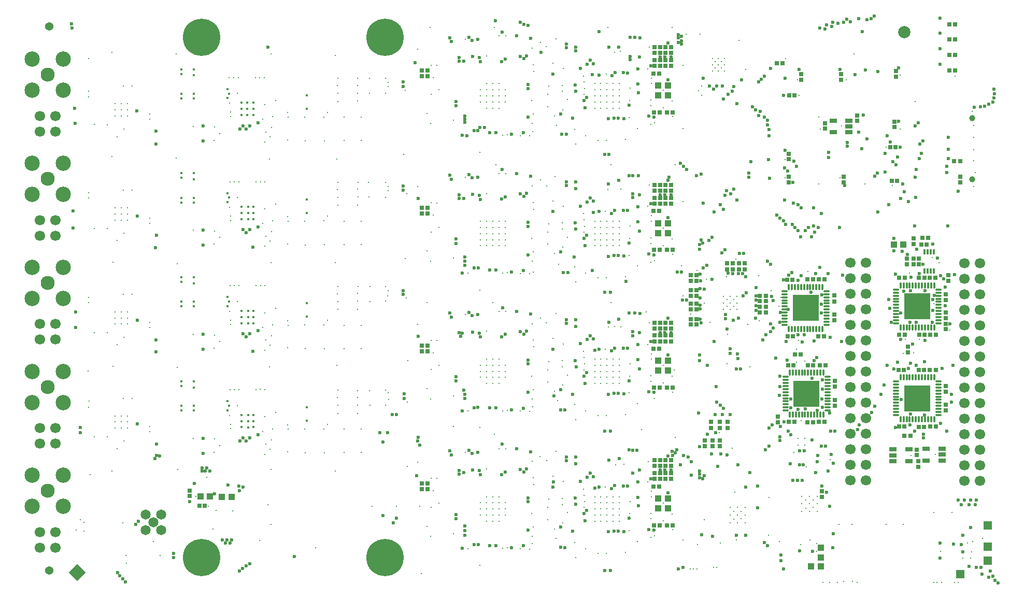
<source format=gbs>
G04 Layer_Color=16711935*
%FSLAX25Y25*%
%MOIN*%
G70*
G01*
G75*
%ADD106C,0.02362*%
%ADD135R,0.03937X0.04331*%
%ADD138R,0.02835X0.02677*%
%ADD139R,0.02835X0.02835*%
%ADD141C,0.07874*%
%ADD143R,0.02677X0.02835*%
%ADD144R,0.04331X0.03937*%
%ADD149R,0.02835X0.02835*%
%ADD151R,0.04134X0.04331*%
%ADD156R,0.05394X0.05394*%
%ADD206R,0.01575X0.03740*%
%ADD207C,0.09055*%
%ADD208C,0.09843*%
%ADD209C,0.05394*%
%ADD210C,0.24016*%
%ADD211C,0.06693*%
%ADD212C,0.06496*%
%ADD213C,0.03937*%
%ADD214C,0.01181*%
%ADD215C,0.01575*%
%ADD216O,0.01575X0.03937*%
%ADD217O,0.03937X0.01575*%
%ADD218R,0.16929X0.16929*%
%ADD219R,0.04724X0.02756*%
%ADD220P,0.11136X4X270.0*%
D106*
X393498Y239896D02*
D03*
X483819Y107741D02*
D03*
X289752Y38455D02*
D03*
X483819Y105272D02*
D03*
X287152Y38455D02*
D03*
X515315Y290561D02*
D03*
X496364Y98632D02*
D03*
X289670Y304494D02*
D03*
X515315Y287260D02*
D03*
X499567Y98633D02*
D03*
X287052Y304655D02*
D03*
X498833Y89774D02*
D03*
X496364D02*
D03*
X589215Y209172D02*
D03*
X490744Y109051D02*
D03*
X587165Y211221D02*
D03*
X489250Y111435D02*
D03*
X576339Y106991D02*
D03*
Y109459D02*
D03*
X460184Y198264D02*
D03*
X474648Y99304D02*
D03*
X287152Y216355D02*
D03*
X462153Y200232D02*
D03*
X476929Y101585D02*
D03*
X289752Y216355D02*
D03*
X478897Y115365D02*
D03*
X476929Y113396D02*
D03*
X281299Y313976D02*
D03*
Y312008D02*
D03*
Y44291D02*
D03*
Y47244D02*
D03*
X280512Y137795D02*
D03*
X281299Y132206D02*
D03*
X393701Y364173D02*
D03*
X392717Y275590D02*
D03*
X393701Y187008D02*
D03*
X371062Y21654D02*
D03*
X375000Y21654D02*
D03*
Y111221D02*
D03*
X371063D02*
D03*
X389064Y175197D02*
D03*
X352362Y94488D02*
D03*
Y64183D02*
D03*
X346457Y94488D02*
D03*
Y183071D02*
D03*
X352362D02*
D03*
X352722Y152766D02*
D03*
X352598Y355979D02*
D03*
X352362Y358268D02*
D03*
Y329931D02*
D03*
X346457Y302165D02*
D03*
X321949Y331693D02*
D03*
Y65945D02*
D03*
Y154528D02*
D03*
X278543Y172244D02*
D03*
X279528Y174213D02*
D03*
X345472Y125000D02*
D03*
X280512Y84646D02*
D03*
X277559Y83661D02*
D03*
X345472Y36417D02*
D03*
X350354Y47047D02*
D03*
X350394Y134843D02*
D03*
X350354Y312795D02*
D03*
X380034Y358309D02*
D03*
X343503Y302165D02*
D03*
X374016Y289370D02*
D03*
X371063D02*
D03*
X282480Y301181D02*
D03*
X280512Y349410D02*
D03*
X277559D02*
D03*
X346457Y360236D02*
D03*
X387533Y352362D02*
D03*
X387552Y350255D02*
D03*
X479479Y195480D02*
D03*
X275394Y54931D02*
D03*
X478398Y198031D02*
D03*
X275394Y57687D02*
D03*
X457874Y225596D02*
D03*
X275394Y146270D02*
D03*
X460630Y225596D02*
D03*
X275394Y143514D02*
D03*
Y323435D02*
D03*
X440098Y236096D02*
D03*
X275394Y320679D02*
D03*
X438150Y234147D02*
D03*
X351378Y223425D02*
D03*
X321850Y243110D02*
D03*
X347441Y213166D02*
D03*
X346457Y271654D02*
D03*
X412402Y274606D02*
D03*
X352362Y241349D02*
D03*
Y271654D02*
D03*
X389283Y263965D02*
D03*
X280512Y260827D02*
D03*
X277559D02*
D03*
X385925Y253180D02*
D03*
X384842Y207677D02*
D03*
X434598Y216296D02*
D03*
X275394Y232097D02*
D03*
X436698Y218096D02*
D03*
X275394Y234853D02*
D03*
X281299Y218110D02*
D03*
Y220789D02*
D03*
X375000Y200787D02*
D03*
X371063D02*
D03*
X456791Y157874D02*
D03*
X71300Y53300D02*
D03*
X456429Y160951D02*
D03*
X69500Y51300D02*
D03*
X451870Y161417D02*
D03*
X93996Y29917D02*
D03*
X451870Y164173D02*
D03*
X93996Y32485D02*
D03*
X569291Y167372D02*
D03*
X567952Y201555D02*
D03*
X582094Y189014D02*
D03*
X475715Y37743D02*
D03*
X473976Y39578D02*
D03*
X383169Y253248D02*
D03*
X448819Y183698D02*
D03*
X379788Y47004D02*
D03*
X448998Y186274D02*
D03*
X377220Y47004D02*
D03*
X383169Y76083D02*
D03*
X385855Y76015D02*
D03*
X423776Y195496D02*
D03*
X421021D02*
D03*
X377220Y135587D02*
D03*
X379788D02*
D03*
X385855Y164598D02*
D03*
X383169Y164665D02*
D03*
X385855Y341763D02*
D03*
X383169Y341831D02*
D03*
X420576Y213596D02*
D03*
X379788Y224169D02*
D03*
X417821Y213596D02*
D03*
X377220Y224169D02*
D03*
X387352Y364755D02*
D03*
X390452D02*
D03*
X390652Y187255D02*
D03*
X386952Y187355D02*
D03*
X414752Y95555D02*
D03*
X287152Y126455D02*
D03*
X289652Y126555D02*
D03*
X440098Y208896D02*
D03*
X432677Y212383D02*
D03*
X507552Y158755D02*
D03*
X389024Y84398D02*
D03*
X277559Y86024D02*
D03*
X389283Y172755D02*
D03*
X373698Y181213D02*
D03*
X277559Y174606D02*
D03*
X389024Y261563D02*
D03*
X373652Y270455D02*
D03*
X277559Y263189D02*
D03*
Y351772D02*
D03*
X392874Y328855D02*
D03*
Y63255D02*
D03*
X393498Y151313D02*
D03*
X380448Y93545D02*
D03*
X373698Y92631D02*
D03*
X380235Y183313D02*
D03*
X380033Y272679D02*
D03*
X281299Y310081D02*
D03*
Y50187D02*
D03*
Y134884D02*
D03*
X338474Y134065D02*
D03*
X281299Y223467D02*
D03*
X344576Y213166D02*
D03*
X363302Y214608D02*
D03*
X463695Y274648D02*
D03*
X430231Y275632D02*
D03*
X463695Y277328D02*
D03*
X433184Y276616D02*
D03*
X510939Y198861D02*
D03*
X514877Y212640D02*
D03*
X507002Y212640D02*
D03*
X497536Y211320D02*
D03*
X495472Y208422D02*
D03*
X491634Y213287D02*
D03*
X489370Y211713D02*
D03*
X509636Y216577D02*
D03*
X503859Y200780D02*
D03*
X497160Y236262D02*
D03*
X504050D02*
D03*
X506018Y239215D02*
D03*
X500113Y240199D02*
D03*
X502081Y242167D02*
D03*
X420388Y360278D02*
D03*
Y365199D02*
D03*
Y362246D02*
D03*
X418420Y361262D02*
D03*
Y364215D02*
D03*
X418452Y366455D02*
D03*
X492239Y79766D02*
D03*
X498144D02*
D03*
X495191D02*
D03*
X386924Y275632D02*
D03*
X251097Y107325D02*
D03*
X510940Y131931D02*
D03*
X461727Y210671D02*
D03*
X586727Y377010D02*
D03*
Y367167D02*
D03*
Y357325D02*
D03*
Y347482D02*
D03*
X154640Y358309D02*
D03*
X595585Y38700D02*
D03*
X609365Y64018D02*
D03*
X605428D02*
D03*
X600506D02*
D03*
X598538Y66971D02*
D03*
X602475D02*
D03*
X606412D02*
D03*
X610349D02*
D03*
X443814Y88624D02*
D03*
X514877Y85671D02*
D03*
X391845Y99060D02*
D03*
X386924Y99451D02*
D03*
X417436D02*
D03*
X414483Y98467D02*
D03*
X252081Y102404D02*
D03*
X228459Y104372D02*
D03*
X231412Y110278D02*
D03*
X416451Y97482D02*
D03*
X393498Y86231D02*
D03*
X392498Y78531D02*
D03*
X250745Y105005D02*
D03*
X321898Y47631D02*
D03*
X389283Y99060D02*
D03*
Y275632D02*
D03*
X249129Y348467D02*
D03*
X251097Y260868D02*
D03*
Y172286D02*
D03*
X250113Y82719D02*
D03*
X443025Y129963D02*
D03*
X445433Y127860D02*
D03*
X447362Y125978D02*
D03*
X237317Y122089D02*
D03*
X237317Y55160D02*
D03*
X235349Y52207D02*
D03*
X234365Y122089D02*
D03*
X431535Y123073D02*
D03*
X451884Y122089D02*
D03*
X446963D02*
D03*
X442042D02*
D03*
X456806Y89608D02*
D03*
X449916Y95950D02*
D03*
X439862Y96498D02*
D03*
X445979Y96614D02*
D03*
X432199Y101339D02*
D03*
X437121Y153585D02*
D03*
Y109293D02*
D03*
X138525Y75351D02*
D03*
X136143Y72876D02*
D03*
X135940Y75829D02*
D03*
X461727Y44333D02*
D03*
X402687Y47594D02*
D03*
X421373Y23663D02*
D03*
X171373Y30553D02*
D03*
X131018Y41380D02*
D03*
X128066D02*
D03*
X125113D02*
D03*
X130034Y39412D02*
D03*
X127081D02*
D03*
X418420Y22679D02*
D03*
X81806Y93545D02*
D03*
X84758Y95196D02*
D03*
X114286Y85671D02*
D03*
X117239D02*
D03*
X112318D02*
D03*
X115270Y87640D02*
D03*
X112318D02*
D03*
X104331Y66099D02*
D03*
X107283Y77797D02*
D03*
X128937Y76813D02*
D03*
X120192Y70908D02*
D03*
X241681Y336058D02*
D03*
X241680Y333116D02*
D03*
X241681Y269129D02*
D03*
X241680Y266187D02*
D03*
Y201723D02*
D03*
Y199154D02*
D03*
X242074Y135272D02*
D03*
X242074Y132329D02*
D03*
X338137Y78579D02*
D03*
X305066Y102988D02*
D03*
Y367949D02*
D03*
Y279760D02*
D03*
X305460Y190783D02*
D03*
X562546Y227004D02*
D03*
X511220Y138386D02*
D03*
X511220Y126575D02*
D03*
X483661Y134449D02*
D03*
X511220Y144291D02*
D03*
X546654Y277248D02*
D03*
X544685Y275197D02*
D03*
X551575Y278150D02*
D03*
Y289961D02*
D03*
X492812Y285039D02*
D03*
X462008Y75394D02*
D03*
X459055Y337205D02*
D03*
X441339Y331299D02*
D03*
X438386Y333268D02*
D03*
X434449Y338484D02*
D03*
X443307Y333268D02*
D03*
X445433Y257097D02*
D03*
X446850Y333268D02*
D03*
X534449Y303554D02*
D03*
X536417Y292913D02*
D03*
X570866Y307677D02*
D03*
X492126Y271260D02*
D03*
X496063Y344094D02*
D03*
X486221Y327362D02*
D03*
X487205Y291929D02*
D03*
X477112Y273963D02*
D03*
X476378Y286023D02*
D03*
X574803Y289961D02*
D03*
X565945Y225000D02*
D03*
X562992Y270276D02*
D03*
X563976Y265354D02*
D03*
X525591Y269291D02*
D03*
X435098Y202496D02*
D03*
X432953Y208110D02*
D03*
X393498Y351979D02*
D03*
X377698Y342096D02*
D03*
X375898Y340096D02*
D03*
X406791Y351979D02*
D03*
X375492Y251476D02*
D03*
X377559Y253346D02*
D03*
X363898Y251996D02*
D03*
X311067Y302165D02*
D03*
X318996Y303248D02*
D03*
X402687Y224734D02*
D03*
X367646Y252590D02*
D03*
X359449Y237402D02*
D03*
X304946Y260563D02*
D03*
X316929Y263878D02*
D03*
X319094Y262303D02*
D03*
X355413Y256102D02*
D03*
X359803Y258799D02*
D03*
X361811Y261319D02*
D03*
X357803Y235365D02*
D03*
X307185Y262106D02*
D03*
X320990Y264205D02*
D03*
X301181Y214862D02*
D03*
X297244Y214862D02*
D03*
X279528Y212992D02*
D03*
X271381Y275819D02*
D03*
X272562Y273260D02*
D03*
X291339Y260433D02*
D03*
X285827Y274213D02*
D03*
X283858Y276181D02*
D03*
X337992Y252559D02*
D03*
X112992Y297933D02*
D03*
X112894Y240650D02*
D03*
Y173721D02*
D03*
Y106791D02*
D03*
X144882Y162598D02*
D03*
Y229528D02*
D03*
X453543Y212598D02*
D03*
X450551Y212992D02*
D03*
X457085Y212597D02*
D03*
X459842Y212598D02*
D03*
X468503Y188975D02*
D03*
X468504Y191831D02*
D03*
Y195768D02*
D03*
Y198425D02*
D03*
X433071Y180866D02*
D03*
X432557Y183465D02*
D03*
X432681Y192429D02*
D03*
X432677Y189862D02*
D03*
X148228Y175885D02*
D03*
X112992Y164075D02*
D03*
X148228Y108956D02*
D03*
X112992Y97146D02*
D03*
X148228Y242814D02*
D03*
X112992Y231004D02*
D03*
X148228Y309743D02*
D03*
X136417Y305709D02*
D03*
X112894Y307579D02*
D03*
X28456Y370706D02*
D03*
X28161Y373363D02*
D03*
X82579Y304429D02*
D03*
X82776Y237205D02*
D03*
X82579Y170079D02*
D03*
X82776Y102953D02*
D03*
X70289Y317258D02*
D03*
X70404Y249746D02*
D03*
X61036Y16259D02*
D03*
X70404Y182817D02*
D03*
X59264Y18228D02*
D03*
X62795Y14272D02*
D03*
X70404Y115888D02*
D03*
X57776Y20374D02*
D03*
X624206Y13678D02*
D03*
X290476Y263023D02*
D03*
X286024Y263583D02*
D03*
X392598Y245955D02*
D03*
X358598Y230696D02*
D03*
X406791Y263396D02*
D03*
X386998Y232396D02*
D03*
X393498Y263396D02*
D03*
X383498Y223896D02*
D03*
X373583Y223680D02*
D03*
X399598Y225296D02*
D03*
X289498Y274796D02*
D03*
X314498Y276996D02*
D03*
X342698Y226696D02*
D03*
X346598Y269396D02*
D03*
X411998Y248796D02*
D03*
X413898Y263396D02*
D03*
X409898D02*
D03*
X411998Y272496D02*
D03*
X363779Y259154D02*
D03*
X321898Y224796D02*
D03*
X321949Y245596D02*
D03*
X352298Y245396D02*
D03*
X352598Y267396D02*
D03*
X392498Y255696D02*
D03*
X400798Y257716D02*
D03*
X337992Y341142D02*
D03*
X359449Y325984D02*
D03*
X357803Y323947D02*
D03*
X358598Y319279D02*
D03*
X386998Y320979D02*
D03*
X373583Y312263D02*
D03*
X383498Y312479D02*
D03*
X402687Y313317D02*
D03*
X392598Y334538D02*
D03*
X392498Y344279D02*
D03*
X413898Y351979D02*
D03*
X409898D02*
D03*
X307185Y350689D02*
D03*
X285827Y362795D02*
D03*
X363779Y347736D02*
D03*
X290476Y351606D02*
D03*
X361811Y349902D02*
D03*
X271381Y364402D02*
D03*
X291339Y349016D02*
D03*
X359803Y347382D02*
D03*
X286024Y352165D02*
D03*
X272562Y361843D02*
D03*
X355413Y344685D02*
D03*
X400798Y346299D02*
D03*
X279528Y301575D02*
D03*
X283858Y364764D02*
D03*
X321898Y313379D02*
D03*
X321949Y334179D02*
D03*
X352298Y333979D02*
D03*
X304946Y349145D02*
D03*
X316929Y352461D02*
D03*
X319094Y350886D02*
D03*
X320990Y352787D02*
D03*
X301181Y303445D02*
D03*
X297244Y303445D02*
D03*
X289498Y363379D02*
D03*
X314498Y365579D02*
D03*
X399598Y313879D02*
D03*
X342698Y315279D02*
D03*
X346598Y357979D02*
D03*
X373698Y358379D02*
D03*
X411998Y337379D02*
D03*
Y361079D02*
D03*
X323524Y363878D02*
D03*
X337992Y163976D02*
D03*
X359449Y148819D02*
D03*
X393498Y174813D02*
D03*
X406791D02*
D03*
X357803Y146782D02*
D03*
X358598Y142113D02*
D03*
X386998Y143813D02*
D03*
X373583Y135098D02*
D03*
X383498Y135313D02*
D03*
X402687Y136152D02*
D03*
X392598Y157372D02*
D03*
X392498Y167113D02*
D03*
X377559Y164764D02*
D03*
X413898Y174813D02*
D03*
X375492Y162894D02*
D03*
X409898Y174813D02*
D03*
X367646Y164007D02*
D03*
X307185Y173524D02*
D03*
X364862Y163386D02*
D03*
X285827Y185630D02*
D03*
X363779Y170571D02*
D03*
X290476Y174441D02*
D03*
X361811Y172736D02*
D03*
X271381Y187237D02*
D03*
X291339Y171850D02*
D03*
X359803Y170217D02*
D03*
X286024Y175000D02*
D03*
X272562Y184678D02*
D03*
X355413Y167520D02*
D03*
X400798Y169134D02*
D03*
X279528Y124409D02*
D03*
X283858Y187598D02*
D03*
X321949Y157013D02*
D03*
X352298Y156813D02*
D03*
X304946Y171980D02*
D03*
X316929Y175295D02*
D03*
X319094Y173721D02*
D03*
X320990Y175622D02*
D03*
X301181Y126279D02*
D03*
X297244Y126279D02*
D03*
X352598Y178813D02*
D03*
X289498Y186213D02*
D03*
X314498Y188413D02*
D03*
X399598Y136713D02*
D03*
X342798Y125113D02*
D03*
X342698Y138113D02*
D03*
X346598Y180813D02*
D03*
X411998Y160213D02*
D03*
Y183913D02*
D03*
X337992Y75394D02*
D03*
X359449Y60236D02*
D03*
X406791Y86231D02*
D03*
X357803Y58199D02*
D03*
X358598Y53531D02*
D03*
X386998Y55231D02*
D03*
X373583Y46515D02*
D03*
X383498Y46731D02*
D03*
X392598Y68790D02*
D03*
X377559Y76181D02*
D03*
X413898Y86231D02*
D03*
X375492Y74311D02*
D03*
X409898Y86231D02*
D03*
X367646Y75424D02*
D03*
X307185Y84941D02*
D03*
X364862Y74803D02*
D03*
X285827Y97047D02*
D03*
X363779Y81988D02*
D03*
X290476Y85858D02*
D03*
X361811Y84153D02*
D03*
X271381Y98654D02*
D03*
X291339Y83268D02*
D03*
X359803Y81634D02*
D03*
X286024Y86417D02*
D03*
X272562Y96095D02*
D03*
X355413Y78937D02*
D03*
X400798Y80551D02*
D03*
X279528Y35827D02*
D03*
X283858Y99016D02*
D03*
X318996Y37500D02*
D03*
X321949Y68431D02*
D03*
X352298Y68231D02*
D03*
X304946Y83397D02*
D03*
X316929Y86713D02*
D03*
X319094Y85138D02*
D03*
X320990Y87039D02*
D03*
X311122Y36417D02*
D03*
X301181Y37697D02*
D03*
X297244Y37697D02*
D03*
X352598Y90231D02*
D03*
X289498Y97631D02*
D03*
X314498Y99831D02*
D03*
X399598Y48131D02*
D03*
X342798Y36531D02*
D03*
X342698Y49531D02*
D03*
X346598Y92231D02*
D03*
X411998Y71631D02*
D03*
Y95331D02*
D03*
X318996Y214665D02*
D03*
X311067Y213583D02*
D03*
X316998Y374396D02*
D03*
X319298Y372896D02*
D03*
X321898Y372396D02*
D03*
X330098Y355096D02*
D03*
X367429Y340480D02*
D03*
X363198Y340796D02*
D03*
X622284Y15472D02*
D03*
X136298Y21196D02*
D03*
X136417Y104921D02*
D03*
X138198Y22996D02*
D03*
X138386Y106988D02*
D03*
Y173917D02*
D03*
Y240846D02*
D03*
Y307776D02*
D03*
X140354Y24540D02*
D03*
Y105020D02*
D03*
Y171949D02*
D03*
Y238878D02*
D03*
Y305807D02*
D03*
X142733Y25961D02*
D03*
Y107015D02*
D03*
Y173944D02*
D03*
Y240873D02*
D03*
Y307803D02*
D03*
X620906Y17834D02*
D03*
X311067Y125000D02*
D03*
X318996Y126083D02*
D03*
X321898Y136213D02*
D03*
X300998Y375396D02*
D03*
X82598Y295996D02*
D03*
X82298Y229396D02*
D03*
X82398Y162396D02*
D03*
X82698Y95496D02*
D03*
X448597Y228095D02*
D03*
X377220Y312752D02*
D03*
X379788D02*
D03*
X446648Y226146D02*
D03*
X468598Y203596D02*
D03*
X449798Y177096D02*
D03*
X453937Y182557D02*
D03*
X457198Y183896D02*
D03*
X458398Y151296D02*
D03*
X455798D02*
D03*
X468298Y184096D02*
D03*
X621598Y331296D02*
D03*
X621798Y328396D02*
D03*
X621498Y325696D02*
D03*
X620698Y322896D02*
D03*
X618198Y321696D02*
D03*
X615498Y320396D02*
D03*
X612698Y320096D02*
D03*
X608898Y319596D02*
D03*
X544498Y378396D02*
D03*
X542598Y376596D02*
D03*
X539798Y375896D02*
D03*
X526798Y376396D02*
D03*
X534498Y376596D02*
D03*
X529198Y374596D02*
D03*
X524698Y374396D02*
D03*
X521098Y373596D02*
D03*
X517998Y374196D02*
D03*
X517198Y371496D02*
D03*
X513898Y372696D02*
D03*
X512998Y369896D02*
D03*
X509398Y370596D02*
D03*
X367398Y368396D02*
D03*
X536998D02*
D03*
X472992Y170096D02*
D03*
X454291Y266939D02*
D03*
X452323Y263987D02*
D03*
X449370Y265955D02*
D03*
X448386Y263002D02*
D03*
X477913Y218711D02*
D03*
X475945Y220679D02*
D03*
X477913Y180325D02*
D03*
X421811Y95679D02*
D03*
Y281703D02*
D03*
X424764Y94696D02*
D03*
X423779Y279735D02*
D03*
X426732Y91743D02*
D03*
X419842Y89796D02*
D03*
Y283672D02*
D03*
X426732Y82885D02*
D03*
X447401Y254144D02*
D03*
X433622Y44498D02*
D03*
X434606Y258081D02*
D03*
X456260Y259896D02*
D03*
X440512Y43514D02*
D03*
X441496Y252176D02*
D03*
X484203Y187598D02*
D03*
X510394Y187215D02*
D03*
X483819Y146643D02*
D03*
Y139971D02*
D03*
X490709Y132097D02*
D03*
Y126191D02*
D03*
X495630Y125207D02*
D03*
X504488Y145283D02*
D03*
X510394Y101585D02*
D03*
X513346D02*
D03*
X483819Y181309D02*
D03*
X479666Y177758D02*
D03*
X474961Y173435D02*
D03*
X477913Y175404D02*
D03*
X432531Y202857D02*
D03*
X432638Y197057D02*
D03*
X527126Y297080D02*
D03*
Y294512D02*
D03*
X290998Y306796D02*
D03*
X519252Y111428D02*
D03*
X293698Y306796D02*
D03*
X516649Y111428D02*
D03*
X518268Y90758D02*
D03*
X582244Y231506D02*
D03*
X585197Y222648D02*
D03*
X553701Y196073D02*
D03*
X555669Y181309D02*
D03*
X567480D02*
D03*
X571417D02*
D03*
X563543Y201386D02*
D03*
X582142Y196073D02*
D03*
X590118Y192136D02*
D03*
X573386Y212806D02*
D03*
X596024Y211821D02*
D03*
X542874Y123239D02*
D03*
X544842Y127176D02*
D03*
X548779Y135050D02*
D03*
X550748Y140955D02*
D03*
X552716Y153750D02*
D03*
X588150Y151782D02*
D03*
X559606Y155719D02*
D03*
X595039Y153750D02*
D03*
X570433Y111428D02*
D03*
X591102D02*
D03*
X594055Y130128D02*
D03*
X587165Y116349D02*
D03*
X594055Y135050D02*
D03*
X571417Y153750D02*
D03*
X566496Y151782D02*
D03*
X535000Y115365D02*
D03*
X534016Y112412D02*
D03*
X450354Y327963D02*
D03*
X454291Y332884D02*
D03*
X453307Y329931D02*
D03*
X447402Y325010D02*
D03*
X476929Y301388D02*
D03*
Y305325D02*
D03*
X475945Y308278D02*
D03*
Y311231D02*
D03*
X471024Y317136D02*
D03*
X473976Y313199D02*
D03*
X470039Y314183D02*
D03*
X468071Y318121D02*
D03*
X466102Y320089D02*
D03*
X456260Y322058D02*
D03*
X470039Y335837D02*
D03*
X472008Y337806D02*
D03*
X538937Y343711D02*
D03*
X473976Y339774D02*
D03*
X546811Y342727D02*
D03*
X477913Y344695D02*
D03*
X465118Y284656D02*
D03*
X494646Y281703D02*
D03*
X481850Y250207D02*
D03*
X483819Y248239D02*
D03*
X505473Y255128D02*
D03*
X486036Y246520D02*
D03*
X488740Y278750D02*
D03*
X486771Y280719D02*
D03*
X491693Y244302D02*
D03*
X493661Y242333D02*
D03*
X495630Y240365D02*
D03*
X522205Y242333D02*
D03*
X510393Y251191D02*
D03*
X505473Y243317D02*
D03*
X508425Y242333D02*
D03*
X539921Y299420D02*
D03*
X592087Y300404D02*
D03*
X591102Y281703D02*
D03*
X592087Y286624D02*
D03*
Y292530D02*
D03*
X532047Y340758D02*
D03*
X546811Y252176D02*
D03*
X553701Y257097D02*
D03*
X561575Y261034D02*
D03*
X552716Y301388D02*
D03*
X554685Y297451D02*
D03*
X556653Y284656D02*
D03*
X558622Y282687D02*
D03*
X559606Y287609D02*
D03*
X566496Y259065D02*
D03*
X492677Y258081D02*
D03*
X497598Y255128D02*
D03*
X495630Y257097D02*
D03*
X486772Y260050D02*
D03*
X571417Y279735D02*
D03*
X573386Y286624D02*
D03*
X581928Y181307D02*
D03*
X593071Y180325D02*
D03*
X577323Y169498D02*
D03*
X561575Y170483D02*
D03*
Y187215D02*
D03*
X487594Y244294D02*
D03*
X486024Y208760D02*
D03*
X516142Y171555D02*
D03*
X487697Y168996D02*
D03*
X489217Y189665D02*
D03*
X499567Y173435D02*
D03*
X495630D02*
D03*
X498323Y168503D02*
D03*
X505807Y169390D02*
D03*
X523355Y169024D02*
D03*
X524114Y211516D02*
D03*
X510394Y193121D02*
D03*
X488681Y156890D02*
D03*
X505709Y156595D02*
D03*
X481201Y158169D02*
D03*
X484154Y114173D02*
D03*
X486614Y117323D02*
D03*
X500292Y125489D02*
D03*
X507874Y124774D02*
D03*
X504419Y105522D02*
D03*
X516732Y96457D02*
D03*
X506791Y84547D02*
D03*
X490650Y90453D02*
D03*
X575837Y218701D02*
D03*
X571850Y228248D02*
D03*
X590059Y203937D02*
D03*
X591929Y243406D02*
D03*
X570669D02*
D03*
X568110Y210335D02*
D03*
X558169Y212303D02*
D03*
X577165Y201772D02*
D03*
X583286Y198561D02*
D03*
X554626Y190453D02*
D03*
X557087Y151181D02*
D03*
X576772Y156102D02*
D03*
X562008Y131496D02*
D03*
X558071Y113779D02*
D03*
X567480Y115365D02*
D03*
X576771Y121654D02*
D03*
X567913Y155118D02*
D03*
Y122252D02*
D03*
X537402Y314567D02*
D03*
X561024Y293898D02*
D03*
X560039Y310630D02*
D03*
Y345079D02*
D03*
X522638Y344094D02*
D03*
X487205Y338189D02*
D03*
X441570Y168820D02*
D03*
X442928Y139982D02*
D03*
X432199Y160475D02*
D03*
Y156537D02*
D03*
Y85671D02*
D03*
X432283Y83502D02*
D03*
Y81343D02*
D03*
X557199Y235278D02*
D03*
Y227404D02*
D03*
X433184Y234293D02*
D03*
X432199Y231341D02*
D03*
Y228388D02*
D03*
X434168Y232325D02*
D03*
Y80750D02*
D03*
X435152Y82719D02*
D03*
X464680Y84687D02*
D03*
X469600Y62050D02*
D03*
X510940Y75829D02*
D03*
X513743Y71925D02*
D03*
X515861Y63034D02*
D03*
X469601Y75829D02*
D03*
X507987Y91577D02*
D03*
X508032Y95679D02*
D03*
X515861Y123073D02*
D03*
X601491Y44333D02*
D03*
Y33506D02*
D03*
X586727Y39296D02*
D03*
Y29569D02*
D03*
X600506Y38427D02*
D03*
X606411Y49255D02*
D03*
X605428Y24321D02*
D03*
X610349Y23663D02*
D03*
X619140Y21251D02*
D03*
X618150Y17342D02*
D03*
X613301Y23664D02*
D03*
X613981Y19385D02*
D03*
X518043Y45475D02*
D03*
X455821Y44333D02*
D03*
X442362Y110278D02*
D03*
X226491D02*
D03*
X228459Y57128D02*
D03*
X486024Y22679D02*
D03*
X484365Y28150D02*
D03*
Y31538D02*
D03*
X517828Y36459D02*
D03*
X496654Y34252D02*
D03*
X504837Y33858D02*
D03*
X598538Y265790D02*
D03*
X591102Y277766D02*
D03*
X571260Y261499D02*
D03*
X570979Y274648D02*
D03*
X573932Y295866D02*
D03*
X575900Y297835D02*
D03*
X572947Y309646D02*
D03*
X33700Y113800D02*
D03*
X33900Y110300D02*
D03*
X31000Y187900D02*
D03*
X30900Y178000D02*
D03*
X29100Y252900D02*
D03*
Y242000D02*
D03*
X30100Y318900D02*
D03*
X30600Y309300D02*
D03*
X323524Y275295D02*
D03*
Y186713D02*
D03*
Y98130D02*
D03*
D135*
X131102Y68898D02*
D03*
X124803D02*
D03*
X503740Y24213D02*
D03*
X510039D02*
D03*
X117323Y69291D02*
D03*
X111024D02*
D03*
D138*
X406791Y80551D02*
D03*
Y84252D02*
D03*
X403248Y80551D02*
D03*
Y84252D02*
D03*
X413878Y80551D02*
D03*
Y84252D02*
D03*
X410335Y80551D02*
D03*
Y84252D02*
D03*
X406791Y88819D02*
D03*
Y92520D02*
D03*
X403248Y88819D02*
D03*
Y92520D02*
D03*
X413878Y88819D02*
D03*
Y92520D02*
D03*
X410335Y88819D02*
D03*
Y92520D02*
D03*
X406791Y169134D02*
D03*
Y172835D02*
D03*
X403248Y169134D02*
D03*
Y172835D02*
D03*
X413878Y169134D02*
D03*
Y172835D02*
D03*
X410335Y169134D02*
D03*
Y172835D02*
D03*
X406791Y177402D02*
D03*
Y181102D02*
D03*
X403248Y177402D02*
D03*
Y181102D02*
D03*
X413878Y177402D02*
D03*
Y181102D02*
D03*
X410335Y177402D02*
D03*
Y181102D02*
D03*
X406791Y346299D02*
D03*
Y350000D02*
D03*
X403248Y346299D02*
D03*
Y350000D02*
D03*
X413878Y346299D02*
D03*
Y350000D02*
D03*
X410335Y346299D02*
D03*
Y350000D02*
D03*
X406791Y354567D02*
D03*
Y358268D02*
D03*
X403248Y354567D02*
D03*
Y358268D02*
D03*
X413878Y354567D02*
D03*
Y358268D02*
D03*
X410335Y354567D02*
D03*
Y358268D02*
D03*
X406791Y265984D02*
D03*
Y269685D02*
D03*
Y257716D02*
D03*
Y261417D02*
D03*
X410335Y265984D02*
D03*
Y269685D02*
D03*
X413878Y265984D02*
D03*
Y269685D02*
D03*
X403248Y265984D02*
D03*
Y269685D02*
D03*
X410335Y257716D02*
D03*
Y261417D02*
D03*
X413878Y257716D02*
D03*
Y261417D02*
D03*
X403248Y257716D02*
D03*
Y261417D02*
D03*
X569882Y231713D02*
D03*
Y235413D02*
D03*
X482677Y120551D02*
D03*
Y116850D02*
D03*
X566240Y161929D02*
D03*
Y165630D02*
D03*
X565354Y222323D02*
D03*
Y218622D02*
D03*
X569685D02*
D03*
Y222323D02*
D03*
X457480Y219173D02*
D03*
Y215472D02*
D03*
X450000Y219173D02*
D03*
Y215472D02*
D03*
X461024Y219173D02*
D03*
Y215472D02*
D03*
X453543Y219173D02*
D03*
Y215472D02*
D03*
X519193Y131378D02*
D03*
Y127677D02*
D03*
Y143780D02*
D03*
Y140079D02*
D03*
X518701Y186398D02*
D03*
Y182697D02*
D03*
X518943Y198499D02*
D03*
Y194798D02*
D03*
X599803Y275079D02*
D03*
Y271378D02*
D03*
X590453Y195591D02*
D03*
Y199291D02*
D03*
X590354Y183976D02*
D03*
Y187677D02*
D03*
X590551Y136535D02*
D03*
Y140236D02*
D03*
Y124724D02*
D03*
Y128425D02*
D03*
X445315Y105354D02*
D03*
Y101654D02*
D03*
X435472D02*
D03*
Y105354D02*
D03*
X440394Y101654D02*
D03*
Y105354D02*
D03*
X450236Y117165D02*
D03*
Y113465D02*
D03*
X445315Y117165D02*
D03*
Y113465D02*
D03*
X439409Y117165D02*
D03*
Y113465D02*
D03*
X592087Y211703D02*
D03*
Y208002D02*
D03*
D139*
X493307Y327362D02*
D03*
X489764D02*
D03*
X555709Y272244D02*
D03*
X559252D02*
D03*
X560532Y210039D02*
D03*
X564075D02*
D03*
X505315Y153740D02*
D03*
X501772D02*
D03*
X505217Y117126D02*
D03*
X501673D02*
D03*
X560039Y150689D02*
D03*
X563583D02*
D03*
X576772Y209842D02*
D03*
X573228D02*
D03*
X505020Y208957D02*
D03*
X501476D02*
D03*
X576968Y173228D02*
D03*
X573425D02*
D03*
X493110Y117323D02*
D03*
X489567D02*
D03*
X492618Y153740D02*
D03*
X489075D02*
D03*
X491929Y208760D02*
D03*
X488386D02*
D03*
X492323Y172343D02*
D03*
X488779D02*
D03*
X573130Y150689D02*
D03*
X576673D02*
D03*
X563976Y114272D02*
D03*
X560433D02*
D03*
X573130Y114075D02*
D03*
X576673D02*
D03*
X564173Y173228D02*
D03*
X560630D02*
D03*
X113976Y63386D02*
D03*
X110433D02*
D03*
X574705Y231398D02*
D03*
X578248D02*
D03*
X558268Y293898D02*
D03*
X554724D02*
D03*
X481890Y348031D02*
D03*
X485433D02*
D03*
D141*
X563976Y368110D02*
D03*
D143*
X508779Y208858D02*
D03*
X512480D02*
D03*
X402382Y252854D02*
D03*
X406083D02*
D03*
X402953Y50678D02*
D03*
X406653D02*
D03*
X411221D02*
D03*
X414921D02*
D03*
X402953Y139261D02*
D03*
X406653D02*
D03*
X411221D02*
D03*
X414921D02*
D03*
X402953Y316426D02*
D03*
X406653D02*
D03*
X411221D02*
D03*
X414921D02*
D03*
X402953Y227843D02*
D03*
X406653D02*
D03*
X411221D02*
D03*
X414921D02*
D03*
X253465Y251181D02*
D03*
X257165D02*
D03*
X253465Y254823D02*
D03*
X257165D02*
D03*
X575413Y235728D02*
D03*
X579114D02*
D03*
X563996Y108268D02*
D03*
X567697D02*
D03*
X493548Y160696D02*
D03*
X497249D02*
D03*
X474685Y187795D02*
D03*
X470984D02*
D03*
X474685Y198425D02*
D03*
X470984D02*
D03*
X474685Y191339D02*
D03*
X470984D02*
D03*
X474685Y194882D02*
D03*
X470984D02*
D03*
X426496Y211653D02*
D03*
X430197D02*
D03*
X426496Y208110D02*
D03*
X430197D02*
D03*
X426496Y201969D02*
D03*
X430197D02*
D03*
X426496Y198425D02*
D03*
X430197D02*
D03*
X426496Y193307D02*
D03*
X430197D02*
D03*
X426496Y189764D02*
D03*
X430197D02*
D03*
X426496Y183465D02*
D03*
X430197D02*
D03*
X426496Y179921D02*
D03*
X430197D02*
D03*
X512677Y117224D02*
D03*
X508976D02*
D03*
X509370Y153740D02*
D03*
X513071D02*
D03*
X512185Y172343D02*
D03*
X508484D02*
D03*
X599685Y285039D02*
D03*
X595984D02*
D03*
X583937Y209842D02*
D03*
X580236D02*
D03*
X580433Y173228D02*
D03*
X584134D02*
D03*
X584035Y150787D02*
D03*
X580335D02*
D03*
X580402Y114155D02*
D03*
X584102D02*
D03*
X592953Y343484D02*
D03*
X596654D02*
D03*
X592953Y353327D02*
D03*
X596654D02*
D03*
X592953Y363169D02*
D03*
X596654D02*
D03*
X592953Y373012D02*
D03*
X596654D02*
D03*
X253465Y343406D02*
D03*
X257165D02*
D03*
X253465Y166240D02*
D03*
X257165D02*
D03*
X253465Y77658D02*
D03*
X257165D02*
D03*
X253465Y339764D02*
D03*
X257165D02*
D03*
X253465Y162598D02*
D03*
X257165D02*
D03*
X253465Y74016D02*
D03*
X257165D02*
D03*
X402382Y341437D02*
D03*
X406083D02*
D03*
X402382Y164272D02*
D03*
X406083D02*
D03*
X402382Y75689D02*
D03*
X406083D02*
D03*
D144*
X510236Y29921D02*
D03*
Y36220D02*
D03*
D149*
X104331Y69488D02*
D03*
Y73032D02*
D03*
X497441Y337402D02*
D03*
Y340945D02*
D03*
X523032Y337402D02*
D03*
Y340945D02*
D03*
X489567Y286221D02*
D03*
Y289764D02*
D03*
X557480Y306890D02*
D03*
Y310433D02*
D03*
X558465Y339370D02*
D03*
Y342913D02*
D03*
X571949Y99409D02*
D03*
Y95866D02*
D03*
X590453Y180413D02*
D03*
Y176870D02*
D03*
X572736Y91831D02*
D03*
Y88287D02*
D03*
X525000Y275000D02*
D03*
Y271457D02*
D03*
X510940Y72679D02*
D03*
Y69136D02*
D03*
X573228Y218701D02*
D03*
Y222244D02*
D03*
X533465Y314370D02*
D03*
Y310827D02*
D03*
X512795Y309449D02*
D03*
Y305906D02*
D03*
X489567Y271457D02*
D03*
Y275000D02*
D03*
D151*
X557035Y231335D02*
D03*
X563334D02*
D03*
X411890Y333661D02*
D03*
X405590D02*
D03*
X411890Y245079D02*
D03*
X405590D02*
D03*
X411890Y156496D02*
D03*
X405590D02*
D03*
X411890Y67913D02*
D03*
X405590D02*
D03*
X411890Y327362D02*
D03*
X405590D02*
D03*
X411890Y238779D02*
D03*
X405590D02*
D03*
X411890Y150197D02*
D03*
X405590D02*
D03*
X411890Y61614D02*
D03*
X405590D02*
D03*
D156*
X599961Y19291D02*
D03*
X617520Y37008D02*
D03*
Y27953D02*
D03*
Y50787D02*
D03*
D206*
X576968Y226575D02*
D03*
X578937D02*
D03*
X580905D02*
D03*
X582874D02*
D03*
Y214370D02*
D03*
X580905D02*
D03*
X578937D02*
D03*
X576968D02*
D03*
D207*
X12795Y206693D02*
D03*
Y273622D02*
D03*
Y340551D02*
D03*
Y72835D02*
D03*
Y139764D02*
D03*
D208*
X2795Y216693D02*
D03*
X22795D02*
D03*
Y196693D02*
D03*
X2795D02*
D03*
Y283622D02*
D03*
X22795D02*
D03*
Y263622D02*
D03*
X2795D02*
D03*
Y350551D02*
D03*
X22795D02*
D03*
Y330551D02*
D03*
X2795D02*
D03*
Y82835D02*
D03*
X22795D02*
D03*
Y62835D02*
D03*
X2795D02*
D03*
Y129764D02*
D03*
X22795D02*
D03*
Y149764D02*
D03*
X2795D02*
D03*
D209*
X14000Y371700D02*
D03*
Y21700D02*
D03*
D210*
X229921Y29921D02*
D03*
Y364567D02*
D03*
X111811D02*
D03*
Y29921D02*
D03*
D211*
X17795Y237126D02*
D03*
X7795D02*
D03*
X17795Y247126D02*
D03*
X7795D02*
D03*
X17795Y304055D02*
D03*
X7795D02*
D03*
X17795Y314055D02*
D03*
X7795D02*
D03*
X529043Y179649D02*
D03*
X539043D02*
D03*
X529043Y189649D02*
D03*
X539043D02*
D03*
X529043Y199649D02*
D03*
X539043D02*
D03*
Y209649D02*
D03*
X529043D02*
D03*
X539043Y219649D02*
D03*
X529043D02*
D03*
Y129649D02*
D03*
X539043D02*
D03*
X529043Y139649D02*
D03*
X539043D02*
D03*
X529043Y149649D02*
D03*
X539043D02*
D03*
Y159649D02*
D03*
X529043D02*
D03*
X539043Y169649D02*
D03*
X529043D02*
D03*
Y79649D02*
D03*
X539043D02*
D03*
X529043Y89649D02*
D03*
X539043D02*
D03*
X529043Y99649D02*
D03*
X539043D02*
D03*
Y109649D02*
D03*
X529043D02*
D03*
X539043Y119649D02*
D03*
X529043D02*
D03*
X602677Y119213D02*
D03*
X612677D02*
D03*
X602677Y109213D02*
D03*
X612677D02*
D03*
Y99213D02*
D03*
X602677D02*
D03*
X612677Y89213D02*
D03*
X602677D02*
D03*
X612677Y79213D02*
D03*
X602677D02*
D03*
Y169213D02*
D03*
X612677D02*
D03*
X602677Y159213D02*
D03*
X612677D02*
D03*
Y149213D02*
D03*
X602677D02*
D03*
X612677Y139213D02*
D03*
X602677D02*
D03*
X612677Y129213D02*
D03*
X602677D02*
D03*
Y219213D02*
D03*
X612677D02*
D03*
X602677Y209213D02*
D03*
X612677D02*
D03*
Y199213D02*
D03*
X602677D02*
D03*
X612677Y189213D02*
D03*
X602677D02*
D03*
X612677Y179213D02*
D03*
X602677D02*
D03*
X17795Y103268D02*
D03*
X7795D02*
D03*
X17795Y113268D02*
D03*
X7795D02*
D03*
X17795Y36339D02*
D03*
X7795D02*
D03*
X17795Y46339D02*
D03*
X7795D02*
D03*
X17795Y170197D02*
D03*
X7795D02*
D03*
X17795Y180197D02*
D03*
X7795D02*
D03*
D212*
X86000Y47700D02*
D03*
Y57700D02*
D03*
X76000D02*
D03*
Y47700D02*
D03*
X81000Y52700D02*
D03*
D213*
X607677Y273228D02*
D03*
Y312598D02*
D03*
D214*
X381069Y355742D02*
D03*
X377362Y355124D02*
D03*
X335039Y244685D02*
D03*
X149452Y138255D02*
D03*
X220052Y127955D02*
D03*
X219752Y137455D02*
D03*
X230152Y137555D02*
D03*
X230052Y127955D02*
D03*
X212252D02*
D03*
X212152Y137455D02*
D03*
X199452Y127955D02*
D03*
X199352Y137655D02*
D03*
X230052Y328655D02*
D03*
Y338355D02*
D03*
X219852Y338255D02*
D03*
Y328755D02*
D03*
X212252D02*
D03*
X212152Y338355D02*
D03*
X199552Y328755D02*
D03*
X199352Y338255D02*
D03*
X230052Y271355D02*
D03*
Y261755D02*
D03*
X212352Y261855D02*
D03*
Y271355D02*
D03*
X219352Y261855D02*
D03*
X219052Y271355D02*
D03*
X199452Y261755D02*
D03*
Y271355D02*
D03*
X324752Y126900D02*
D03*
X582852Y193155D02*
D03*
X283098Y212896D02*
D03*
X436352Y208955D02*
D03*
X470652Y182255D02*
D03*
X478152Y201655D02*
D03*
X340052Y308055D02*
D03*
X324852Y304055D02*
D03*
X340952Y130855D02*
D03*
X339952Y42255D02*
D03*
X324552Y38955D02*
D03*
X80852Y40255D02*
D03*
X85231Y31235D02*
D03*
X63352Y26355D02*
D03*
X63152Y31255D02*
D03*
X232052Y131755D02*
D03*
X231952Y135955D02*
D03*
X231772Y265955D02*
D03*
Y332955D02*
D03*
X257002Y193939D02*
D03*
X299325D02*
D03*
X378065Y89609D02*
D03*
X383658Y90018D02*
D03*
X380472Y242333D02*
D03*
X376535Y246270D02*
D03*
X344198Y52331D02*
D03*
X341648Y218807D02*
D03*
X325197Y213624D02*
D03*
X420388Y217561D02*
D03*
X501867Y213879D02*
D03*
X373144Y266774D02*
D03*
X430512Y22679D02*
D03*
X441058Y23663D02*
D03*
X428262Y22679D02*
D03*
X301294Y282522D02*
D03*
X421373Y41380D02*
D03*
X253065Y19726D02*
D03*
X394798Y112246D02*
D03*
X416451Y107325D02*
D03*
X415748Y150632D02*
D03*
X397750Y188034D02*
D03*
X375113Y193939D02*
D03*
X421373Y258900D02*
D03*
X300310Y371105D02*
D03*
X258971D02*
D03*
X155624Y286459D02*
D03*
X198932D02*
D03*
X156609Y219530D02*
D03*
X197947D02*
D03*
X198932Y153585D02*
D03*
X155624Y152601D02*
D03*
X244207Y129963D02*
D03*
Y88624D02*
D03*
X237317Y63034D02*
D03*
X252081D02*
D03*
X96569Y86656D02*
D03*
X54247Y85671D02*
D03*
X273735Y114215D02*
D03*
X300310Y109293D02*
D03*
X464679Y152601D02*
D03*
X449915Y154569D02*
D03*
X596569Y339608D02*
D03*
X373144Y371105D02*
D03*
X414483D02*
D03*
X421373Y306144D02*
D03*
Y346498D02*
D03*
X416451Y282522D02*
D03*
X375113D02*
D03*
X36325Y46833D02*
D03*
Y52738D02*
D03*
X61094Y52303D02*
D03*
X152672Y138130D02*
D03*
X146766D02*
D03*
X135940D02*
D03*
X132987D02*
D03*
X130034D02*
D03*
X152672Y205059D02*
D03*
X149719D02*
D03*
X146766D02*
D03*
X135940D02*
D03*
X132987D02*
D03*
X130034D02*
D03*
X152279Y338724D02*
D03*
X149326D02*
D03*
X146373D02*
D03*
X135547D02*
D03*
X132594D02*
D03*
X129641D02*
D03*
X130034Y271695D02*
D03*
X132987D02*
D03*
X135940D02*
D03*
X146766D02*
D03*
X149719D02*
D03*
X152672D02*
D03*
X96087Y152165D02*
D03*
X54748Y153150D02*
D03*
X96087Y219094D02*
D03*
X54748Y220079D02*
D03*
X95585Y287008D02*
D03*
X54247Y287992D02*
D03*
X95585Y353937D02*
D03*
X54247Y354921D02*
D03*
X197947Y352953D02*
D03*
X156609Y353937D02*
D03*
X241804Y289411D02*
D03*
X242788Y330750D02*
D03*
X242788Y222482D02*
D03*
X243772Y263821D02*
D03*
X244488Y156537D02*
D03*
X243504Y196892D02*
D03*
X197947Y85671D02*
D03*
X156609Y86656D02*
D03*
X598538Y13821D02*
D03*
X596348D02*
D03*
X587711D02*
D03*
X584758D02*
D03*
X582790D02*
D03*
X386938Y224439D02*
D03*
X403098Y132413D02*
D03*
X283098Y124296D02*
D03*
X444995Y110278D02*
D03*
X453189Y100435D02*
D03*
X221569Y63034D02*
D03*
X149232Y40847D02*
D03*
X156609Y51223D02*
D03*
X185152Y36459D02*
D03*
X430905Y38427D02*
D03*
X443025Y23664D02*
D03*
X426294Y22679D02*
D03*
X132002Y60081D02*
D03*
X154640Y64018D02*
D03*
X108268Y69291D02*
D03*
X116254Y63034D02*
D03*
X115270Y81734D02*
D03*
X121176Y60378D02*
D03*
X119207Y48270D02*
D03*
X60152Y117167D02*
D03*
X56215D02*
D03*
Y121105D02*
D03*
X64089D02*
D03*
Y117167D02*
D03*
X60152Y121105D02*
D03*
X56215Y113230D02*
D03*
X60152D02*
D03*
X64089D02*
D03*
X60152Y184097D02*
D03*
X56215D02*
D03*
Y188034D02*
D03*
X64089D02*
D03*
Y184097D02*
D03*
X60152Y188034D02*
D03*
X56215Y180160D02*
D03*
X60152D02*
D03*
X64089D02*
D03*
X60152Y251026D02*
D03*
X56215D02*
D03*
Y254963D02*
D03*
X64089D02*
D03*
Y251026D02*
D03*
X60152Y254963D02*
D03*
X56215Y247089D02*
D03*
X60152D02*
D03*
X64089D02*
D03*
Y314018D02*
D03*
X60152D02*
D03*
X56215D02*
D03*
X60152Y321892D02*
D03*
X64089Y317955D02*
D03*
Y321892D02*
D03*
X56215D02*
D03*
Y317955D02*
D03*
X60152D02*
D03*
X339712Y98264D02*
D03*
X333937Y92358D02*
D03*
X329476Y95114D02*
D03*
X339712Y186846D02*
D03*
X333377Y180905D02*
D03*
X339318Y275035D02*
D03*
X329869Y273067D02*
D03*
X333937Y269130D02*
D03*
X339712Y363618D02*
D03*
X333465Y358500D02*
D03*
X329869Y361256D02*
D03*
Y184090D02*
D03*
X377507Y178578D02*
D03*
X373570Y178185D02*
D03*
X456247Y189602D02*
D03*
Y197870D02*
D03*
X451917D02*
D03*
X447586D02*
D03*
X456247Y193539D02*
D03*
X447586D02*
D03*
Y189602D02*
D03*
X451917D02*
D03*
Y193799D02*
D03*
X442074Y345114D02*
D03*
X456641Y57319D02*
D03*
X451720D02*
D03*
Y62240D02*
D03*
X461562D02*
D03*
Y52398D02*
D03*
X451720D02*
D03*
X456641D02*
D03*
X461562Y57319D02*
D03*
X456641Y62240D02*
D03*
X454279Y59681D02*
D03*
Y54563D02*
D03*
X459003Y54957D02*
D03*
Y59681D02*
D03*
X505263Y66898D02*
D03*
Y62173D02*
D03*
X500539Y61779D02*
D03*
Y66898D02*
D03*
X502901Y69457D02*
D03*
X507822Y64535D02*
D03*
X502901Y59614D02*
D03*
X497979D02*
D03*
X507822D02*
D03*
Y69457D02*
D03*
X497979D02*
D03*
Y64535D02*
D03*
X502901D02*
D03*
X476772Y68504D02*
D03*
X433464Y327362D02*
D03*
Y333268D02*
D03*
X431496Y330315D02*
D03*
X462008Y344094D02*
D03*
X432480Y366732D02*
D03*
X423622Y366732D02*
D03*
X508858Y313287D02*
D03*
X446260Y345079D02*
D03*
Y349016D02*
D03*
X442323D02*
D03*
X440354Y350984D02*
D03*
X444291D02*
D03*
X448228D02*
D03*
Y347047D02*
D03*
Y343110D02*
D03*
X444291D02*
D03*
X440354D02*
D03*
Y347047D02*
D03*
X444291D02*
D03*
X457677Y362795D02*
D03*
X495079Y337205D02*
D03*
X496063Y327362D02*
D03*
X487205Y286024D02*
D03*
Y274213D02*
D03*
X570866Y323425D02*
D03*
X556102Y269291D02*
D03*
X538386Y270276D02*
D03*
X522638Y274213D02*
D03*
X508858Y270276D02*
D03*
X283098Y35696D02*
D03*
X324410Y43504D02*
D03*
X399198Y91696D02*
D03*
X372198Y341096D02*
D03*
X387205Y235335D02*
D03*
X398898Y255896D02*
D03*
X401198Y249996D02*
D03*
X401181Y246260D02*
D03*
X372598Y246270D02*
D03*
X371654Y252559D02*
D03*
X368661Y246270D02*
D03*
X324410Y309252D02*
D03*
X316929Y301378D02*
D03*
X308489Y301899D02*
D03*
X387205Y323917D02*
D03*
X400984Y324213D02*
D03*
X366929Y209842D02*
D03*
X260935Y250207D02*
D03*
X344547Y256043D02*
D03*
X387402Y243307D02*
D03*
X400984Y235630D02*
D03*
X400787Y231988D02*
D03*
X392056Y217548D02*
D03*
X384350Y210531D02*
D03*
X372047Y209842D02*
D03*
X347047Y236024D02*
D03*
X357776Y239370D02*
D03*
X343898Y245177D02*
D03*
X357677Y251181D02*
D03*
X357776Y247244D02*
D03*
X358071Y243110D02*
D03*
X290945Y202077D02*
D03*
X324606Y268996D02*
D03*
X334449Y239370D02*
D03*
X324311Y235335D02*
D03*
X334449Y231496D02*
D03*
X325295Y226673D02*
D03*
X324410Y220669D02*
D03*
X322736Y212598D02*
D03*
X305536Y213021D02*
D03*
X308489Y213316D02*
D03*
X273710Y222648D02*
D03*
X259252Y220669D02*
D03*
X256791Y227165D02*
D03*
X259449Y239469D02*
D03*
X250711Y268535D02*
D03*
X259449Y258169D02*
D03*
X307382Y277067D02*
D03*
X303248D02*
D03*
X337992Y259449D02*
D03*
X325197Y258465D02*
D03*
X325580Y254144D02*
D03*
X199409Y323425D02*
D03*
X151181Y244980D02*
D03*
X449803Y195965D02*
D03*
X454134D02*
D03*
X449803Y191634D02*
D03*
X454134D02*
D03*
X57480Y166929D02*
D03*
X67323Y199409D02*
D03*
X61417D02*
D03*
X123425Y168898D02*
D03*
X120029Y173081D02*
D03*
X119980Y164567D02*
D03*
X106595Y173622D02*
D03*
X78642Y181398D02*
D03*
X78543Y178051D02*
D03*
X61712Y171752D02*
D03*
X51083Y174606D02*
D03*
X43012Y174705D02*
D03*
X157480Y179724D02*
D03*
X159449Y190256D02*
D03*
X167323Y182382D02*
D03*
X167421Y179429D02*
D03*
X178347Y179527D02*
D03*
X167323Y164862D02*
D03*
X178543Y164173D02*
D03*
X155709Y166732D02*
D03*
X152559Y163386D02*
D03*
X153051Y169882D02*
D03*
X156791Y172736D02*
D03*
X190650Y179626D02*
D03*
X203445Y179429D02*
D03*
X214468D02*
D03*
X214666Y164468D02*
D03*
X203642D02*
D03*
X190847Y164271D02*
D03*
X192815Y182579D02*
D03*
X212303Y199902D02*
D03*
X212106Y189665D02*
D03*
X199409Y189567D02*
D03*
X199311Y199803D02*
D03*
X231594Y198406D02*
D03*
X199606Y194783D02*
D03*
X199508Y204429D02*
D03*
X212402D02*
D03*
X212303Y194882D02*
D03*
X220276Y204429D02*
D03*
Y194783D02*
D03*
X230020Y194882D02*
D03*
Y204429D02*
D03*
X231791Y201772D02*
D03*
X130512Y179823D02*
D03*
X129937Y188414D02*
D03*
X134941Y194685D02*
D03*
X152379Y187429D02*
D03*
X151181Y178051D02*
D03*
X130528Y182704D02*
D03*
X199409Y122638D02*
D03*
X212106Y122736D02*
D03*
X199311Y132874D02*
D03*
X212303Y132972D02*
D03*
X167323Y115453D02*
D03*
X192815Y115650D02*
D03*
X78642Y114469D02*
D03*
X51083Y107677D02*
D03*
X43012Y107776D02*
D03*
X130512Y112894D02*
D03*
X130528Y115775D02*
D03*
X129937Y121484D02*
D03*
X134941Y127756D02*
D03*
X152379Y120500D02*
D03*
X151181Y111122D02*
D03*
X61712Y104823D02*
D03*
X57480Y100000D02*
D03*
X78543Y111122D02*
D03*
X157480Y112795D02*
D03*
X153051Y102953D02*
D03*
X156791Y105807D02*
D03*
X152559Y96457D02*
D03*
X155709Y99803D02*
D03*
X159449Y123327D02*
D03*
X119980Y97638D02*
D03*
X123425Y101969D02*
D03*
X120029Y106152D02*
D03*
X106595Y106693D02*
D03*
X61417Y132480D02*
D03*
X67323D02*
D03*
X214666Y97539D02*
D03*
X203445Y112500D02*
D03*
X190847Y97342D02*
D03*
X178347Y112598D02*
D03*
X167323Y97933D02*
D03*
X214468Y112500D02*
D03*
X203642Y97539D02*
D03*
X190650Y112697D02*
D03*
X178543Y97244D02*
D03*
X167421Y112500D02*
D03*
X231791Y268701D02*
D03*
X199409Y256496D02*
D03*
X212106Y256594D02*
D03*
X199311Y266732D02*
D03*
X212303Y266831D02*
D03*
X167323Y249311D02*
D03*
X192815Y249508D02*
D03*
X78642Y248327D02*
D03*
X51083Y241535D02*
D03*
X43012Y241634D02*
D03*
X130512Y246752D02*
D03*
X130528Y249634D02*
D03*
X129937Y255343D02*
D03*
X134941Y261614D02*
D03*
X152379Y254358D02*
D03*
X61712Y238681D02*
D03*
X57480Y233858D02*
D03*
X78543Y244980D02*
D03*
X157480Y246654D02*
D03*
X153051Y236811D02*
D03*
X156791Y239665D02*
D03*
X152559Y230315D02*
D03*
X155709Y233661D02*
D03*
X159449Y257185D02*
D03*
X119980Y231496D02*
D03*
X123425Y235827D02*
D03*
X120029Y240010D02*
D03*
X106595Y240551D02*
D03*
X61417Y266339D02*
D03*
X67323D02*
D03*
X214666Y231397D02*
D03*
X203445Y246358D02*
D03*
X190847Y231200D02*
D03*
X178347Y246457D02*
D03*
X167323Y231791D02*
D03*
X214468Y246358D02*
D03*
X203642Y231397D02*
D03*
X190650Y246555D02*
D03*
X178543Y231102D02*
D03*
X167421Y246358D02*
D03*
X231791Y335630D02*
D03*
X212106Y323524D02*
D03*
X199311Y333661D02*
D03*
X212303Y333760D02*
D03*
X167323Y316240D02*
D03*
X192815Y316437D02*
D03*
X51083Y308465D02*
D03*
X130512Y313681D02*
D03*
X130528Y316563D02*
D03*
X129937Y322272D02*
D03*
X134941Y328543D02*
D03*
X152379Y321287D02*
D03*
X151181Y311909D02*
D03*
X61712Y305610D02*
D03*
X57480Y300787D02*
D03*
X78543Y311910D02*
D03*
X157480Y313583D02*
D03*
X153051Y303740D02*
D03*
X156791Y306594D02*
D03*
X152559Y297244D02*
D03*
X155709Y300590D02*
D03*
X159449Y324114D02*
D03*
X119980Y298425D02*
D03*
X123425Y302756D02*
D03*
X120029Y306939D02*
D03*
X106595Y307480D02*
D03*
X61417Y333268D02*
D03*
X67323D02*
D03*
X214666Y298327D02*
D03*
X203445Y313288D02*
D03*
X190847Y298130D02*
D03*
X178347Y313386D02*
D03*
X167323Y298721D02*
D03*
X214468Y313288D02*
D03*
X203642Y298327D02*
D03*
X190650Y313484D02*
D03*
X178543Y298031D02*
D03*
X167421Y313287D02*
D03*
X264362Y242291D02*
D03*
X263287Y258081D02*
D03*
X43012Y308563D02*
D03*
X78642Y315256D02*
D03*
X281519Y274737D02*
D03*
X295276Y264075D02*
D03*
X299213Y238396D02*
D03*
X295276D02*
D03*
Y242333D02*
D03*
X299213D02*
D03*
X303150D02*
D03*
Y238396D02*
D03*
Y234459D02*
D03*
X299213D02*
D03*
X295276D02*
D03*
X291339D02*
D03*
Y238396D02*
D03*
Y242333D02*
D03*
Y246270D02*
D03*
X295276D02*
D03*
X299213D02*
D03*
X303150D02*
D03*
X307087D02*
D03*
Y242333D02*
D03*
Y238396D02*
D03*
Y234459D02*
D03*
Y230522D02*
D03*
X303150D02*
D03*
X299213D02*
D03*
X295276D02*
D03*
X291339D02*
D03*
X372598Y238396D02*
D03*
Y242333D02*
D03*
X376535D02*
D03*
Y238396D02*
D03*
Y234459D02*
D03*
X372598D02*
D03*
X368661D02*
D03*
Y238396D02*
D03*
Y242333D02*
D03*
X380472Y246270D02*
D03*
Y238396D02*
D03*
Y234459D02*
D03*
X376535Y230522D02*
D03*
X372598D02*
D03*
X368661D02*
D03*
X364724D02*
D03*
Y234459D02*
D03*
Y238396D02*
D03*
Y242333D02*
D03*
Y246270D02*
D03*
X380472Y230522D02*
D03*
X399987Y269685D02*
D03*
X344198Y229496D02*
D03*
X351798Y216896D02*
D03*
X414798Y224996D02*
D03*
X352498Y207296D02*
D03*
X358698Y212896D02*
D03*
X338798Y225496D02*
D03*
X343996Y241240D02*
D03*
X381398Y267028D02*
D03*
X408740Y230796D02*
D03*
X414398Y235096D02*
D03*
X408698Y242096D02*
D03*
X403098Y220996D02*
D03*
X400698Y219996D02*
D03*
X357677Y339764D02*
D03*
X357776Y335827D02*
D03*
X358071Y331693D02*
D03*
X357776Y327953D02*
D03*
X386938Y313021D02*
D03*
X387402Y331890D02*
D03*
X364724Y326979D02*
D03*
Y319105D02*
D03*
Y323042D02*
D03*
Y330916D02*
D03*
Y334853D02*
D03*
X368661Y319105D02*
D03*
X372598D02*
D03*
X368661Y323042D02*
D03*
X376535Y319105D02*
D03*
X380472D02*
D03*
X372598Y323042D02*
D03*
X380472D02*
D03*
X376535D02*
D03*
X368661Y330916D02*
D03*
Y326979D02*
D03*
Y334853D02*
D03*
X372598Y326979D02*
D03*
X376535D02*
D03*
Y330916D02*
D03*
X372598D02*
D03*
Y334853D02*
D03*
X380472Y330916D02*
D03*
Y326979D02*
D03*
Y334853D02*
D03*
X398850Y344260D02*
D03*
X259252Y309252D02*
D03*
X408740Y319379D02*
D03*
X414398Y323679D02*
D03*
X408698Y330679D02*
D03*
X281519Y363319D02*
D03*
X259449Y346752D02*
D03*
X263287Y346664D02*
D03*
X295276Y319105D02*
D03*
X291339Y323042D02*
D03*
Y326979D02*
D03*
X295276Y323042D02*
D03*
Y326979D02*
D03*
Y330916D02*
D03*
X291339D02*
D03*
X295276Y334853D02*
D03*
X299213Y319105D02*
D03*
X303150D02*
D03*
X299213Y323042D02*
D03*
X303150D02*
D03*
X307087D02*
D03*
X299213Y326979D02*
D03*
X303150D02*
D03*
X299213Y330916D02*
D03*
X303150Y334853D02*
D03*
X299213D02*
D03*
X307087Y326979D02*
D03*
X303150Y330916D02*
D03*
X307087D02*
D03*
X273710Y311231D02*
D03*
X259449Y328051D02*
D03*
X264362Y330874D02*
D03*
X260935Y338790D02*
D03*
X295276Y352658D02*
D03*
X324606Y357579D02*
D03*
X337992Y348031D02*
D03*
X325197Y347047D02*
D03*
X325580Y342727D02*
D03*
X335039Y333268D02*
D03*
X334449Y327953D02*
D03*
X324311Y323917D02*
D03*
X334449Y320079D02*
D03*
X325295Y315256D02*
D03*
X322736Y301181D02*
D03*
X305536Y301604D02*
D03*
X250711Y357118D02*
D03*
X303248Y365650D02*
D03*
X307382D02*
D03*
X338798Y314079D02*
D03*
X290945Y290660D02*
D03*
X352498Y295879D02*
D03*
X358698Y301479D02*
D03*
X403098Y309579D02*
D03*
X414798Y313579D02*
D03*
X256791Y315748D02*
D03*
X392056Y306131D02*
D03*
X401181Y338287D02*
D03*
X384350Y299114D02*
D03*
X372047Y298425D02*
D03*
X351798Y305479D02*
D03*
X344198Y318079D02*
D03*
X344547Y344626D02*
D03*
X366929Y298425D02*
D03*
X347047Y324606D02*
D03*
X400787Y320571D02*
D03*
X343898Y333760D02*
D03*
X343996Y329823D02*
D03*
X400698Y308579D02*
D03*
X399987Y358268D02*
D03*
X357677Y162598D02*
D03*
X357776Y158661D02*
D03*
X358071Y154527D02*
D03*
X357776Y150787D02*
D03*
X386938Y135856D02*
D03*
X387205Y146752D02*
D03*
X387402Y154724D02*
D03*
X371654Y163976D02*
D03*
X364724Y149813D02*
D03*
Y141939D02*
D03*
Y145876D02*
D03*
Y153750D02*
D03*
Y157687D02*
D03*
X368661Y141939D02*
D03*
X372598D02*
D03*
X368661Y145876D02*
D03*
X376535Y141939D02*
D03*
X380472D02*
D03*
X372598Y145876D02*
D03*
X380472D02*
D03*
X376535D02*
D03*
X368661Y153750D02*
D03*
Y149813D02*
D03*
Y157687D02*
D03*
X372598Y149813D02*
D03*
X376535D02*
D03*
Y153750D02*
D03*
X372598D02*
D03*
X376535Y157687D02*
D03*
X372598D02*
D03*
X380472Y153750D02*
D03*
Y149813D02*
D03*
Y157687D02*
D03*
X398850Y167095D02*
D03*
X259252Y132087D02*
D03*
X408740Y142213D02*
D03*
X414398Y146513D02*
D03*
X408698Y153513D02*
D03*
X281519Y186154D02*
D03*
X259449Y169587D02*
D03*
X263287Y169498D02*
D03*
X295276Y141939D02*
D03*
X291339Y145876D02*
D03*
Y149813D02*
D03*
X295276Y145876D02*
D03*
Y149813D02*
D03*
Y153750D02*
D03*
X291339D02*
D03*
X295276Y157687D02*
D03*
X299213Y141939D02*
D03*
X303150D02*
D03*
X299213Y145876D02*
D03*
X303150D02*
D03*
X307087D02*
D03*
X299213Y149813D02*
D03*
X303150D02*
D03*
X299213Y153750D02*
D03*
X303150Y157687D02*
D03*
X299213D02*
D03*
X307087Y149813D02*
D03*
X303150Y153750D02*
D03*
X307087D02*
D03*
X273710Y134065D02*
D03*
X259449Y150886D02*
D03*
X264362Y153709D02*
D03*
X260935Y161624D02*
D03*
X295276Y175492D02*
D03*
X324606Y180413D02*
D03*
X337992Y170866D02*
D03*
X325197Y169882D02*
D03*
X325580Y165561D02*
D03*
X335039Y156102D02*
D03*
X334449Y150787D02*
D03*
X324311Y146752D02*
D03*
X334449Y142913D02*
D03*
X325295Y138091D02*
D03*
X324410Y132087D02*
D03*
X322736Y124016D02*
D03*
X308489Y124734D02*
D03*
X305536Y124438D02*
D03*
X250711Y179953D02*
D03*
X303248Y188484D02*
D03*
X307382D02*
D03*
X338798Y136913D02*
D03*
X290945Y113495D02*
D03*
X352498Y118713D02*
D03*
X358698Y124313D02*
D03*
X403098Y132413D02*
D03*
X414798Y136413D02*
D03*
X256791Y138583D02*
D03*
X381398Y178445D02*
D03*
X392056Y128966D02*
D03*
X401181Y161122D02*
D03*
X384350Y121949D02*
D03*
X372047Y121260D02*
D03*
X351798Y128313D02*
D03*
X344198Y140913D02*
D03*
X344547Y167461D02*
D03*
X366929Y121260D02*
D03*
X347047Y147441D02*
D03*
X400787Y143405D02*
D03*
X401181Y157677D02*
D03*
X400984Y147047D02*
D03*
X343898Y156595D02*
D03*
X343996Y152657D02*
D03*
X399987Y181102D02*
D03*
X357677Y74016D02*
D03*
X357776Y70079D02*
D03*
X358071Y65945D02*
D03*
X357776Y62205D02*
D03*
X386938Y47273D02*
D03*
X387205Y58169D02*
D03*
X387402Y66142D02*
D03*
X371654Y75394D02*
D03*
X364724Y61231D02*
D03*
Y53357D02*
D03*
Y57294D02*
D03*
Y65168D02*
D03*
Y69105D02*
D03*
X368661Y53357D02*
D03*
X372598D02*
D03*
X368661Y57294D02*
D03*
X376535Y53357D02*
D03*
X380472D02*
D03*
X372598Y57294D02*
D03*
X380472D02*
D03*
X376535D02*
D03*
X368661Y65168D02*
D03*
Y61231D02*
D03*
Y69105D02*
D03*
X372598Y61231D02*
D03*
X376535D02*
D03*
Y65168D02*
D03*
X372598D02*
D03*
X376535Y69105D02*
D03*
X372598D02*
D03*
X380472Y65168D02*
D03*
Y61231D02*
D03*
Y69105D02*
D03*
X398850Y78512D02*
D03*
X259252Y43504D02*
D03*
X408740Y53631D02*
D03*
X414398Y57931D02*
D03*
X408698Y64931D02*
D03*
X281519Y97571D02*
D03*
X259449Y81004D02*
D03*
X263287Y80916D02*
D03*
X295276Y53357D02*
D03*
X291339Y57294D02*
D03*
Y61231D02*
D03*
X295276Y57294D02*
D03*
Y61231D02*
D03*
Y65168D02*
D03*
X291339D02*
D03*
X295276Y69105D02*
D03*
X299213Y53357D02*
D03*
X303150D02*
D03*
X299213Y57294D02*
D03*
X303150D02*
D03*
X307087D02*
D03*
X299213Y61231D02*
D03*
X303150D02*
D03*
X299213Y65168D02*
D03*
X303150Y69105D02*
D03*
X299213D02*
D03*
X307087Y61231D02*
D03*
X303150Y65168D02*
D03*
X307087D02*
D03*
X273710Y45483D02*
D03*
X259449Y62303D02*
D03*
X264362Y65126D02*
D03*
X260935Y73042D02*
D03*
X295276Y86909D02*
D03*
X324606Y91831D02*
D03*
X337992Y82284D02*
D03*
X325197Y81299D02*
D03*
X325580Y76979D02*
D03*
X335039Y67520D02*
D03*
X334449Y62205D02*
D03*
X324311Y58169D02*
D03*
X334449Y54331D02*
D03*
X325295Y49508D02*
D03*
X322736Y35433D02*
D03*
X316929Y35630D02*
D03*
X308489Y36151D02*
D03*
X305536Y35856D02*
D03*
X250711Y91370D02*
D03*
X303248Y99902D02*
D03*
X307382D02*
D03*
X338798Y48331D02*
D03*
X290945Y24912D02*
D03*
X352498Y30131D02*
D03*
X358698Y35731D02*
D03*
X403098Y43831D02*
D03*
X414798Y47831D02*
D03*
X256791Y50000D02*
D03*
X392056Y40383D02*
D03*
X401181Y72539D02*
D03*
X384350Y33366D02*
D03*
X372047Y32677D02*
D03*
X351798Y39731D02*
D03*
X344547Y78878D02*
D03*
X366929Y32677D02*
D03*
X347047Y58858D02*
D03*
X400787Y54823D02*
D03*
X401181Y69095D02*
D03*
X400984Y58465D02*
D03*
X343898Y68012D02*
D03*
X343996Y64075D02*
D03*
X400698Y42831D02*
D03*
X316929Y212795D02*
D03*
X401181Y334842D02*
D03*
X376535Y334853D02*
D03*
X316929Y124213D02*
D03*
X455498Y221896D02*
D03*
X470177Y211417D02*
D03*
X430598Y214696D02*
D03*
X450098Y173596D02*
D03*
X438698Y181296D02*
D03*
X463298Y179996D02*
D03*
X449374Y210539D02*
D03*
X421498Y198196D02*
D03*
X435039Y193701D02*
D03*
X495433Y102373D02*
D03*
Y106703D02*
D03*
X499764D02*
D03*
Y102373D02*
D03*
X586181Y219695D02*
D03*
X593071Y176388D02*
D03*
X573386Y170483D02*
D03*
X564528D02*
D03*
X578150Y191535D02*
D03*
Y197441D02*
D03*
Y185630D02*
D03*
X572244D02*
D03*
X575197Y194488D02*
D03*
Y188583D02*
D03*
X569291Y129527D02*
D03*
X575197D02*
D03*
Y135433D02*
D03*
X569291D02*
D03*
X572244Y138386D02*
D03*
X566339D02*
D03*
Y132480D02*
D03*
X572244Y126575D02*
D03*
X566339D02*
D03*
X578150D02*
D03*
Y138386D02*
D03*
Y132480D02*
D03*
X572244D02*
D03*
X503937D02*
D03*
Y138386D02*
D03*
X495079Y141339D02*
D03*
X506890Y129528D02*
D03*
Y135433D02*
D03*
X498032Y138386D02*
D03*
X500984Y135433D02*
D03*
X495079D02*
D03*
X500984Y129528D02*
D03*
X506299Y184646D02*
D03*
X506890Y141339D02*
D03*
X506299Y196457D02*
D03*
X500984Y141339D02*
D03*
X495079Y190551D02*
D03*
X502654Y193504D02*
D03*
Y187598D02*
D03*
X500394Y190551D02*
D03*
Y196457D02*
D03*
X495965Y169783D02*
D03*
X494587Y164075D02*
D03*
X483263Y191535D02*
D03*
X484445Y197441D02*
D03*
X494390Y155807D02*
D03*
X499705Y156201D02*
D03*
X516339Y93012D02*
D03*
X500882Y88184D02*
D03*
X492913Y97638D02*
D03*
X581890Y222835D02*
D03*
X567126Y212992D02*
D03*
X572244Y191535D02*
D03*
X569291Y194488D02*
D03*
Y188583D02*
D03*
X566339Y191535D02*
D03*
Y185630D02*
D03*
Y197441D02*
D03*
X572244D02*
D03*
X506299Y190551D02*
D03*
X500394Y184646D02*
D03*
X497441Y187598D02*
D03*
X494488Y196457D02*
D03*
X497441Y193504D02*
D03*
X494488Y184646D02*
D03*
X498032Y132480D02*
D03*
X495079Y129528D02*
D03*
X523622Y307677D02*
D03*
X509842Y305709D02*
D03*
X552165Y293898D02*
D03*
X561024Y305709D02*
D03*
Y340158D02*
D03*
X526378Y337402D02*
D03*
X531496Y353937D02*
D03*
X487402Y350984D02*
D03*
X426598Y186496D02*
D03*
X435151Y54176D02*
D03*
X445624Y39412D02*
D03*
X454837Y71892D02*
D03*
X455821Y41380D02*
D03*
X497505Y117874D02*
D03*
X521766Y51223D02*
D03*
X530079Y51388D02*
D03*
X563105Y51223D02*
D03*
X552278Y51388D02*
D03*
X582790Y58858D02*
D03*
X594609Y59088D02*
D03*
X587042Y33821D02*
D03*
X607342Y33506D02*
D03*
X607835Y40396D02*
D03*
X614286Y42364D02*
D03*
X601491Y29569D02*
D03*
X604443Y39412D02*
D03*
X606412Y29569D02*
D03*
X507438Y38976D02*
D03*
X507634Y33858D02*
D03*
X476490Y44333D02*
D03*
X483381Y40396D02*
D03*
X503150Y41380D02*
D03*
X497160Y38427D02*
D03*
X530624Y14805D02*
D03*
X524719D02*
D03*
X511680Y14042D02*
D03*
X515861Y13821D02*
D03*
X520782D02*
D03*
X533577D02*
D03*
X568026Y95768D02*
D03*
X583774Y96161D02*
D03*
X569798Y161656D02*
D03*
X563105Y161459D02*
D03*
X608381Y268742D02*
D03*
X609365Y277601D02*
D03*
X608381Y285474D02*
D03*
Y292364D02*
D03*
Y300238D02*
D03*
Y308112D02*
D03*
X607396Y316971D02*
D03*
X39400Y130600D02*
D03*
X39300Y126700D02*
D03*
X39000Y150100D02*
D03*
X39200Y330000D02*
D03*
Y326200D02*
D03*
X39300Y351000D02*
D03*
X39100Y264800D02*
D03*
X39200Y261200D02*
D03*
X39300Y197400D02*
D03*
X39100Y193900D02*
D03*
X33900Y54300D02*
D03*
X31100Y47700D02*
D03*
X40100Y83400D02*
D03*
D215*
X128543Y130610D02*
D03*
X129528Y127657D02*
D03*
X128543Y124705D02*
D03*
Y264469D02*
D03*
X129528Y261516D02*
D03*
X128543Y258563D02*
D03*
X145276Y247736D02*
D03*
X141339Y314665D02*
D03*
X141732Y247637D02*
D03*
X137402Y247736D02*
D03*
X145276Y251673D02*
D03*
X141732Y121652D02*
D03*
X137402Y121752D02*
D03*
X141732Y255510D02*
D03*
Y251573D02*
D03*
X137402Y251673D02*
D03*
Y255610D02*
D03*
X145276D02*
D03*
X141732Y188582D02*
D03*
Y184644D02*
D03*
Y180708D02*
D03*
Y117716D02*
D03*
Y113778D02*
D03*
X137402Y180807D02*
D03*
X98819Y194488D02*
D03*
Y191535D02*
D03*
X106693Y194488D02*
D03*
Y191535D02*
D03*
Y210236D02*
D03*
Y206299D02*
D03*
X98819Y210236D02*
D03*
Y207283D02*
D03*
X128543Y197539D02*
D03*
X129528Y194587D02*
D03*
X128543Y191634D02*
D03*
X137402Y188681D02*
D03*
X145276Y180807D02*
D03*
Y188681D02*
D03*
X137402Y184744D02*
D03*
X145276D02*
D03*
X179429Y126594D02*
D03*
Y117894D02*
D03*
Y193524D02*
D03*
Y184823D02*
D03*
Y260453D02*
D03*
Y251752D02*
D03*
Y327382D02*
D03*
Y318681D02*
D03*
X98819Y124606D02*
D03*
Y127559D02*
D03*
X106693Y124606D02*
D03*
Y127559D02*
D03*
X98819Y140354D02*
D03*
Y143307D02*
D03*
X106693Y139370D02*
D03*
Y143307D02*
D03*
X137402Y113878D02*
D03*
Y117815D02*
D03*
X145276Y113878D02*
D03*
Y117815D02*
D03*
Y121752D02*
D03*
X98819Y258465D02*
D03*
Y261417D02*
D03*
X106693Y258465D02*
D03*
Y261417D02*
D03*
X98819Y274213D02*
D03*
Y277165D02*
D03*
X106693Y273228D02*
D03*
Y277165D02*
D03*
X128543Y325492D02*
D03*
X129528Y328445D02*
D03*
X128543Y331398D02*
D03*
X98819Y325394D02*
D03*
Y328346D02*
D03*
X106693Y325394D02*
D03*
Y328346D02*
D03*
X98819Y341142D02*
D03*
Y344094D02*
D03*
X106693Y340158D02*
D03*
Y344094D02*
D03*
X137402Y314665D02*
D03*
Y318602D02*
D03*
X141339Y318602D02*
D03*
X145276Y314665D02*
D03*
Y318602D02*
D03*
X137402Y322539D02*
D03*
X141339D02*
D03*
X145276D02*
D03*
D216*
X509252Y204134D02*
D03*
X511221D02*
D03*
Y176969D02*
D03*
X509252D02*
D03*
X507283D02*
D03*
X505315D02*
D03*
X503346D02*
D03*
X501378D02*
D03*
X499409D02*
D03*
X497441D02*
D03*
X495472D02*
D03*
X493504D02*
D03*
X491535D02*
D03*
X489567D02*
D03*
Y204134D02*
D03*
X491535D02*
D03*
X493504D02*
D03*
X495472D02*
D03*
X497441D02*
D03*
X499409D02*
D03*
X501378D02*
D03*
X503346D02*
D03*
X505315D02*
D03*
X507283D02*
D03*
X511811Y121850D02*
D03*
X509842D02*
D03*
X507874D02*
D03*
X505905D02*
D03*
X503937D02*
D03*
X501968D02*
D03*
X500000D02*
D03*
X498032D02*
D03*
X496063D02*
D03*
X494095D02*
D03*
X492126D02*
D03*
X490158D02*
D03*
Y149016D02*
D03*
X492126D02*
D03*
X494095D02*
D03*
X496063D02*
D03*
X498032D02*
D03*
X500000D02*
D03*
X501968D02*
D03*
X503937D02*
D03*
X505905D02*
D03*
X507874D02*
D03*
X509842D02*
D03*
X511811D02*
D03*
X583071Y205118D02*
D03*
X581102D02*
D03*
X579134D02*
D03*
X577165D02*
D03*
X575197D02*
D03*
X573228D02*
D03*
X571260D02*
D03*
X569291D02*
D03*
X567323D02*
D03*
X565354D02*
D03*
X563386D02*
D03*
X561417D02*
D03*
Y177953D02*
D03*
X563386D02*
D03*
X565354D02*
D03*
X567323D02*
D03*
X569291D02*
D03*
X571260D02*
D03*
X573228D02*
D03*
X575197D02*
D03*
X577165D02*
D03*
X579134D02*
D03*
X581102D02*
D03*
X583071D02*
D03*
Y146063D02*
D03*
X581102D02*
D03*
X579134D02*
D03*
X577165D02*
D03*
X575197D02*
D03*
X573228D02*
D03*
X571260D02*
D03*
X569291D02*
D03*
X567323D02*
D03*
X565354D02*
D03*
X563386D02*
D03*
X561417D02*
D03*
Y118898D02*
D03*
X563386D02*
D03*
X565354D02*
D03*
X567323D02*
D03*
X569291D02*
D03*
X571260D02*
D03*
X573228D02*
D03*
X575197D02*
D03*
X577165D02*
D03*
X579134D02*
D03*
X581102D02*
D03*
X583071D02*
D03*
D217*
X513976Y201378D02*
D03*
Y199409D02*
D03*
Y197441D02*
D03*
Y195472D02*
D03*
Y193504D02*
D03*
Y191535D02*
D03*
Y189567D02*
D03*
Y187598D02*
D03*
Y185630D02*
D03*
Y183661D02*
D03*
Y181693D02*
D03*
Y179724D02*
D03*
X486811D02*
D03*
Y181693D02*
D03*
Y183661D02*
D03*
Y185630D02*
D03*
Y187598D02*
D03*
Y189567D02*
D03*
Y191535D02*
D03*
Y193504D02*
D03*
Y195472D02*
D03*
Y197441D02*
D03*
Y199409D02*
D03*
Y201378D02*
D03*
X514567Y146260D02*
D03*
Y144291D02*
D03*
Y142323D02*
D03*
Y140354D02*
D03*
Y138386D02*
D03*
Y136417D02*
D03*
Y134449D02*
D03*
Y132480D02*
D03*
Y130512D02*
D03*
Y128543D02*
D03*
Y126575D02*
D03*
Y124606D02*
D03*
X487402D02*
D03*
Y126575D02*
D03*
Y128543D02*
D03*
Y130512D02*
D03*
Y132480D02*
D03*
Y134449D02*
D03*
Y136417D02*
D03*
Y138386D02*
D03*
Y140354D02*
D03*
Y142323D02*
D03*
Y144291D02*
D03*
Y146260D02*
D03*
X558661Y202362D02*
D03*
Y200394D02*
D03*
Y198425D02*
D03*
Y196457D02*
D03*
Y194488D02*
D03*
Y192520D02*
D03*
Y190551D02*
D03*
Y188583D02*
D03*
Y186614D02*
D03*
Y184646D02*
D03*
Y182677D02*
D03*
Y180709D02*
D03*
X585827D02*
D03*
Y182677D02*
D03*
Y184646D02*
D03*
Y186614D02*
D03*
Y188583D02*
D03*
Y190551D02*
D03*
Y192520D02*
D03*
Y194488D02*
D03*
Y196457D02*
D03*
Y198425D02*
D03*
Y200394D02*
D03*
Y202362D02*
D03*
X558661Y143307D02*
D03*
Y141339D02*
D03*
Y139370D02*
D03*
Y137402D02*
D03*
Y135433D02*
D03*
Y133465D02*
D03*
Y131496D02*
D03*
Y129527D02*
D03*
Y127559D02*
D03*
Y125591D02*
D03*
Y123622D02*
D03*
Y121653D02*
D03*
X585827D02*
D03*
Y123622D02*
D03*
Y125591D02*
D03*
Y127559D02*
D03*
Y129527D02*
D03*
Y131496D02*
D03*
Y133465D02*
D03*
Y135433D02*
D03*
Y137402D02*
D03*
Y139370D02*
D03*
Y141339D02*
D03*
Y143307D02*
D03*
D218*
X500394Y190551D02*
D03*
X500984Y135433D02*
D03*
X572244Y191535D02*
D03*
Y132480D02*
D03*
D219*
X566831Y92027D02*
D03*
Y99508D02*
D03*
X556595D02*
D03*
Y95768D02*
D03*
Y92027D02*
D03*
X588189Y99902D02*
D03*
Y96161D02*
D03*
Y92421D02*
D03*
X577953D02*
D03*
Y99902D02*
D03*
X528307Y311034D02*
D03*
Y307294D02*
D03*
Y303554D02*
D03*
X518071D02*
D03*
Y311034D02*
D03*
D220*
X31988Y20177D02*
D03*
M02*

</source>
